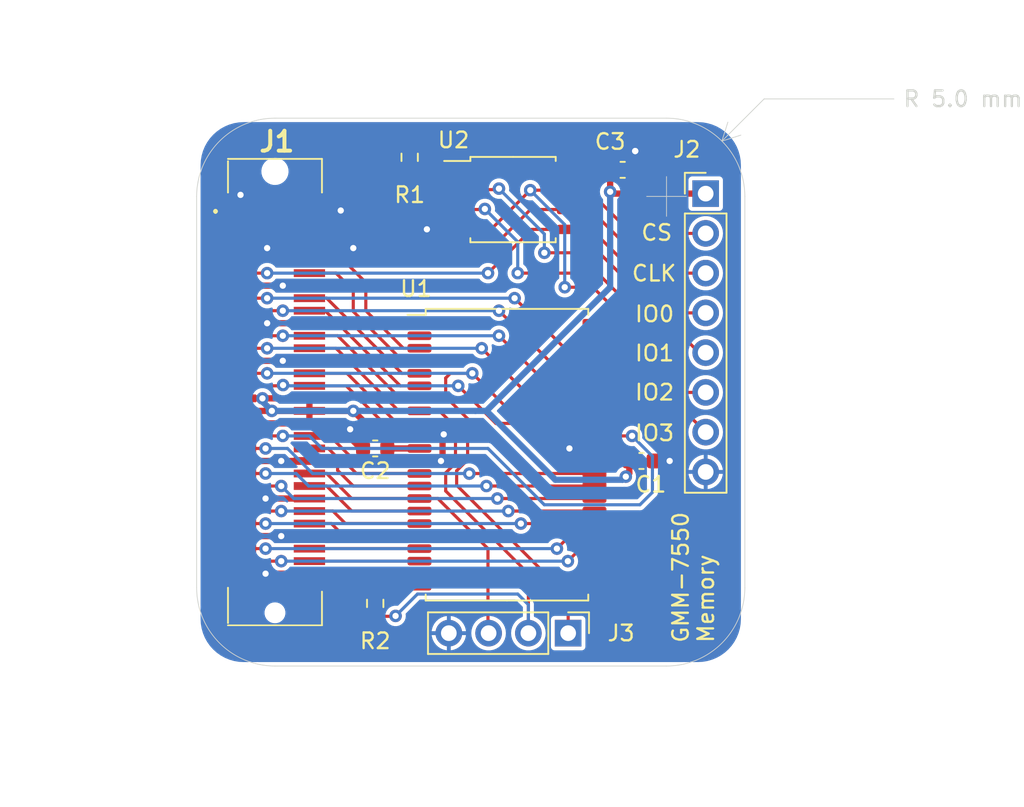
<source format=kicad_pcb>
(kicad_pcb (version 20221018) (generator pcbnew)
  (layers (0 "F.Cu" signal) (31 "B.Cu" signal) (34 "B.Paste" user) (35 "F.Paste" user) (36 "B.SilkS" user "B.Silkscreen") (37 "F.SilkS" user "F.Silkscreen") (38 "B.Mask" user) (39 "F.Mask" user) (44 "Edge.Cuts" user))
  (net 0 "")
  (net 1 "+2V5")
  (net 2 "GND")
  (net 5 "/A0")
  (net 6 "/A1")
  (net 7 "/A2")
  (net 8 "/A3")
  (net 9 "/A4")
  (net 10 "/nCE")
  (net 11 "/D00")
  (net 12 "/D01")
  (net 13 "/D02")
  (net 14 "/D03")
  (net 15 "/nWE")
  (net 16 "/A5")
  (net 17 "/A6")
  (net 18 "/A7")
  (net 19 "/A8")
  (net 20 "/A9")
  (net 26 "/A10")
  (net 27 "/A11")
  (net 28 "/A12")
  (net 29 "/A13")
  (net 30 "/A14")
  (net 31 "/D04")
  (net 32 "/D05")
  (net 33 "/D06")
  (net 34 "/D07")
  (net 35 "/nOE")
  (net 36 "/A15")
  (net 37 "/A16")
  (net 38 "/A17")
  (net 39 "/A18")
  (net 43 "/SPI_CLK")
  (net 44 "/SPI_nCS")
  (net 45 "/SPI_IO0")
  (net 46 "/SPI_IO1")
  (net 47 "/SPI_IO2")
  (net 48 "/SPI_IO3")
  (footprint "Connector_PinHeader_2.54mm:PinHeader_1x08_P2.54mm_Vertical" (layer "F.Cu") (at 87.5 54.82)
    (fp_text reference "J2" (at -1.2 -2.82) (layer "F.SilkS"))
    (fp_text value "Conn_01x08")
    (pad "1" thru_hole rect (at 0 0) (size 1.7 1.7) (drill 1) (layers "*.Cu" "*.Mask") (net 1 "+2V5"))
    (pad "2" thru_hole oval (at 0 2.54) (size 1.7 1.7) (drill 1) (layers "*.Cu" "*.Mask") (net 44 "/SPI_nCS"))
    (pad "3" thru_hole oval (at 0 5.08) (size 1.7 1.7) (drill 1) (layers "*.Cu" "*.Mask") (net 43 "/SPI_CLK"))
    (pad "4" thru_hole oval (at 0 7.62) (size 1.7 1.7) (drill 1) (layers "*.Cu" "*.Mask") (net 45 "/SPI_IO0"))
    (pad "5" thru_hole oval (at 0 10.16) (size 1.7 1.7) (drill 1) (layers "*.Cu" "*.Mask") (net 46 "/SPI_IO1"))
    (pad "6" thru_hole oval (at 0 12.7) (size 1.7 1.7) (drill 1) (layers "*.Cu" "*.Mask") (net 47 "/SPI_IO2"))
    (pad "7" thru_hole oval (at 0 15.24) (size 1.7 1.7) (drill 1) (layers "*.Cu" "*.Mask") (net 48 "/SPI_IO3"))
    (pad "8" thru_hole oval (at 0 17.78) (size 1.7 1.7) (drill 1) (layers "*.Cu" "*.Mask") (net 2 "GND"))
  )
  (footprint "Capacitor_SMD:C_0603_1608Metric" (layer "F.Cu") (at 66.4 71.1 180)
    (fp_text reference "C2" (at 0 -1.43) (layer "F.SilkS"))
    (fp_text value "0.1uF")
    (pad "1" smd roundrect (at -0.775 0 180) (size 0.9 0.95) (layers "F.Cu" "F.Paste" "F.Mask") (net 1 "+2V5"))
    (pad "2" smd roundrect (at 0.775 0 180) (size 0.9 0.95) (layers "F.Cu" "F.Paste" "F.Mask") (net 2 "GND"))
  )
  (footprint "Resistor_SMD:R_0603_1608Metric" (layer "F.Cu") (at 66.4 81 -90)
    (fp_text reference "R2" (at 2.4 0 -180) (layer "F.SilkS"))
    (fp_text value "10k")
    (pad "1" smd roundrect (at -0.825 0 270) (size 0.8 0.95) (layers "F.Cu" "F.Paste" "F.Mask") (net 1 "+2V5"))
    (pad "2" smd roundrect (at 0.825 0 270) (size 0.8 0.95) (layers "F.Cu" "F.Paste" "F.Mask") (net 10 "/nCE"))
  )
  (footprint "Capacitor_SMD:C_0603_1608Metric" (layer "F.Cu") (at 82.2 53.3)
    (fp_text reference "C3" (at -0.8 -1.8) (layer "F.SilkS"))
    (fp_text value "0.1uF")
    (pad "1" smd roundrect (at -0.775 0) (size 0.9 0.95) (layers "F.Cu" "F.Paste" "F.Mask") (net 1 "+2V5"))
    (pad "2" smd roundrect (at 0.775 0) (size 0.9 0.95) (layers "F.Cu" "F.Paste" "F.Mask") (net 2 "GND"))
  )
  (footprint "Capacitor_SMD:C_0603_1608Metric" (layer "F.Cu") (at 83.4 71.9)
    (fp_text reference "C1" (at 0.6 1.5) (layer "F.SilkS"))
    (fp_text value "0.1uF")
    (pad "1" smd roundrect (at -0.775 0) (size 0.9 0.95) (layers "F.Cu" "F.Paste" "F.Mask") (net 1 "+2V5"))
    (pad "2" smd roundrect (at 0.775 0) (size 0.9 0.95) (layers "F.Cu" "F.Paste" "F.Mask") (net 2 "GND"))
  )
  (footprint "Package_SO:SOIC-8_5.23x5.23mm_P1.27mm" (layer "F.Cu") (at 75.2 55.2)
    (fp_text reference "U2" (at -3.8 -3.8) (layer "F.SilkS"))
    (fp_text value "W25Q128JVS")
    (pad "1" smd roundrect (at -3.6 -1.905) (size 1.6 0.6) (layers "F.Cu" "F.Paste" "F.Mask") (net 44 "/SPI_nCS"))
    (pad "2" smd roundrect (at -3.6 -0.635) (size 1.6 0.6) (layers "F.Cu" "F.Paste" "F.Mask") (net 46 "/SPI_IO1"))
    (pad "3" smd roundrect (at -3.6 0.635) (size 1.6 0.6) (layers "F.Cu" "F.Paste" "F.Mask") (net 47 "/SPI_IO2"))
    (pad "4" smd roundrect (at -3.6 1.905) (size 1.6 0.6) (layers "F.Cu" "F.Paste" "F.Mask") (net 2 "GND"))
    (pad "5" smd roundrect (at 3.6 1.905) (size 1.6 0.6) (layers "F.Cu" "F.Paste" "F.Mask") (net 45 "/SPI_IO0"))
    (pad "6" smd roundrect (at 3.6 0.635) (size 1.6 0.6) (layers "F.Cu" "F.Paste" "F.Mask") (net 43 "/SPI_CLK"))
    (pad "7" smd roundrect (at 3.6 -0.635) (size 1.6 0.6) (layers "F.Cu" "F.Paste" "F.Mask") (net 48 "/SPI_IO3"))
    (pad "8" smd roundrect (at 3.6 -1.905) (size 1.6 0.6) (layers "F.Cu" "F.Paste" "F.Mask") (net 1 "+2V5"))
  )
  (footprint "Package_SO:TSOP-II-44_10.16x18.41mm_P0.8mm" (layer "F.Cu") (at 74.8125 71.5)
    (fp_text reference "U1" (at -5.8125 -10.6) (layer "F.SilkS"))
    (fp_text value "IS61C5128AL-10TLI")
    (pad "1" smd roundrect (at -5.5875 -8.4) (size 1.525 0.55) (layers "F.Cu" "F.Paste" "F.Mask"))
    (pad "2" smd roundrect (at -5.5875 -7.6) (size 1.525 0.55) (layers "F.Cu" "F.Paste" "F.Mask"))
    (pad "3" smd roundrect (at -5.5875 -6.8) (size 1.525 0.55) (layers "F.Cu" "F.Paste" "F.Mask") (net 5 "/A0"))
    (pad "4" smd roundrect (at -5.5875 -6) (size 1.525 0.55) (layers "F.Cu" "F.Paste" "F.Mask") (net 6 "/A1"))
    (pad "5" smd roundrect (at -5.5875 -5.2) (size 1.525 0.55) (layers "F.Cu" "F.Paste" "F.Mask") (net 7 "/A2"))
    (pad "6" smd roundrect (at -5.5875 -4.4) (size 1.525 0.55) (layers "F.Cu" "F.Paste" "F.Mask") (net 8 "/A3"))
    (pad "7" smd roundrect (at -5.5875 -3.6) (size 1.525 0.55) (layers "F.Cu" "F.Paste" "F.Mask") (net 9 "/A4"))
    (pad "8" smd roundrect (at -5.5875 -2.8) (size 1.525 0.55) (layers "F.Cu" "F.Paste" "F.Mask") (net 10 "/nCE"))
    (pad "9" smd roundrect (at -5.5875 -2) (size 1.525 0.55) (layers "F.Cu" "F.Paste" "F.Mask") (net 11 "/D00"))
    (pad "10" smd roundrect (at -5.5875 -1.2) (size 1.525 0.55) (layers "F.Cu" "F.Paste" "F.Mask") (net 12 "/D01"))
    (pad "11" smd roundrect (at -5.5875 -0.4) (size 1.525 0.55) (layers "F.Cu" "F.Paste" "F.Mask") (net 1 "+2V5"))
    (pad "12" smd roundrect (at -5.5875 0.4) (size 1.525 0.55) (layers "F.Cu" "F.Paste" "F.Mask") (net 2 "GND"))
    (pad "13" smd roundrect (at -5.5875 1.2) (size 1.525 0.55) (layers "F.Cu" "F.Paste" "F.Mask") (net 13 "/D02"))
    (pad "14" smd roundrect (at -5.5875 2) (size 1.525 0.55) (layers "F.Cu" "F.Paste" "F.Mask") (net 14 "/D03"))
    (pad "15" smd roundrect (at -5.5875 2.8) (size 1.525 0.55) (layers "F.Cu" "F.Paste" "F.Mask") (net 15 "/nWE"))
    (pad "16" smd roundrect (at -5.5875 3.6) (size 1.525 0.55) (layers "F.Cu" "F.Paste" "F.Mask") (net 16 "/A5"))
    (pad "17" smd roundrect (at -5.5875 4.4) (size 1.525 0.55) (layers "F.Cu" "F.Paste" "F.Mask") (net 17 "/A6"))
    (pad "18" smd roundrect (at -5.5875 5.2) (size 1.525 0.55) (layers "F.Cu" "F.Paste" "F.Mask") (net 18 "/A7"))
    (pad "19" smd roundrect (at -5.5875 6) (size 1.525 0.55) (layers "F.Cu" "F.Paste" "F.Mask") (net 19 "/A8"))
    (pad "20" smd roundrect (at -5.5875 6.8) (size 1.525 0.55) (layers "F.Cu" "F.Paste" "F.Mask") (net 20 "/A9"))
    (pad "21" smd roundrect (at -5.5875 7.6) (size 1.525 0.55) (layers "F.Cu" "F.Paste" "F.Mask"))
    (pad "22" smd roundrect (at -5.5875 8.4) (size 1.525 0.55) (layers "F.Cu" "F.Paste" "F.Mask"))
    (pad "23" smd roundrect (at 5.5875 8.4) (size 1.525 0.55) (layers "F.Cu" "F.Paste" "F.Mask"))
    (pad "24" smd roundrect (at 5.5875 7.6) (size 1.525 0.55) (layers "F.Cu" "F.Paste" "F.Mask"))
    (pad "25" smd roundrect (at 5.5875 6.8) (size 1.525 0.55) (layers "F.Cu" "F.Paste" "F.Mask"))
    (pad "26" smd roundrect (at 5.5875 6) (size 1.525 0.55) (layers "F.Cu" "F.Paste" "F.Mask") (net 26 "/A10"))
    (pad "27" smd roundrect (at 5.5875 5.2) (size 1.525 0.55) (layers "F.Cu" "F.Paste" "F.Mask") (net 27 "/A11"))
    (pad "28" smd roundrect (at 5.5875 4.4) (size 1.525 0.55) (layers "F.Cu" "F.Paste" "F.Mask") (net 28 "/A12"))
    (pad "29" smd roundrect (at 5.5875 3.6) (size 1.525 0.55) (layers "F.Cu" "F.Paste" "F.Mask") (net 29 "/A13"))
    (pad "30" smd roundrect (at 5.5875 2.8) (size 1.525 0.55) (layers "F.Cu" "F.Paste" "F.Mask") (net 30 "/A14"))
    (pad "31" smd roundrect (at 5.5875 2) (size 1.525 0.55) (layers "F.Cu" "F.Paste" "F.Mask") (net 31 "/D04"))
    (pad "32" smd roundrect (at 5.5875 1.2) (size 1.525 0.55) (layers "F.Cu" "F.Paste" "F.Mask") (net 32 "/D05"))
    (pad "33" smd roundrect (at 5.5875 0.4) (size 1.525 0.55) (layers "F.Cu" "F.Paste" "F.Mask") (net 1 "+2V5"))
    (pad "34" smd roundrect (at 5.5875 -0.4) (size 1.525 0.55) (layers "F.Cu" "F.Paste" "F.Mask") (net 2 "GND"))
    (pad "35" smd roundrect (at 5.5875 -1.2) (size 1.525 0.55) (layers "F.Cu" "F.Paste" "F.Mask") (net 33 "/D06"))
    (pad "36" smd roundrect (at 5.5875 -2) (size 1.525 0.55) (layers "F.Cu" "F.Paste" "F.Mask") (net 34 "/D07"))
    (pad "37" smd roundrect (at 5.5875 -2.8) (size 1.525 0.55) (layers "F.Cu" "F.Paste" "F.Mask") (net 35 "/nOE"))
    (pad "38" smd roundrect (at 5.5875 -3.6) (size 1.525 0.55) (layers "F.Cu" "F.Paste" "F.Mask") (net 36 "/A15"))
    (pad "39" smd roundrect (at 5.5875 -4.4) (size 1.525 0.55) (layers "F.Cu" "F.Paste" "F.Mask") (net 37 "/A16"))
    (pad "40" smd roundrect (at 5.5875 -5.2) (size 1.525 0.55) (layers "F.Cu" "F.Paste" "F.Mask") (net 38 "/A17"))
    (pad "41" smd roundrect (at 5.5875 -6) (size 1.525 0.55) (layers "F.Cu" "F.Paste" "F.Mask") (net 39 "/A18"))
    (pad "42" smd roundrect (at 5.5875 -6.8) (size 1.525 0.55) (layers "F.Cu" "F.Paste" "F.Mask"))
    (pad "43" smd roundrect (at 5.5875 -7.6) (size 1.525 0.55) (layers "F.Cu" "F.Paste" "F.Mask"))
    (pad "44" smd roundrect (at 5.5875 -8.4) (size 1.525 0.55) (layers "F.Cu" "F.Paste" "F.Mask"))
  )
  (footprint "Amphenol:10144517-061802LF" (layer "F.Cu") (at 60 67.5 90)
    (fp_text reference "J1" (at 16 0.12 180) (layer "F.SilkS") (effects (font (size 1.27 1.27) (thickness 0.254))))
    (fp_text value "10144517-064802LF" hide)
    (pad "" np_thru_hole circle (at -14.1 0 90) (size 0.83 0.83) (drill 0.83) (layers "*.Cu" "*.Mask"))
    (pad "" np_thru_hole circle (at 14.1 0 90) (size 1.23 1.23) (drill 1.23) (layers "*.Cu" "*.Mask"))
    (pad "1" smd rect (at 11.6 -2.2 90) (size 0.5 2) (layers "F.Cu" "F.Paste" "F.Mask") (net 2 "GND"))
    (pad "2" smd rect (at 11.6 2.2 90) (size 0.5 2) (layers "F.Cu" "F.Paste" "F.Mask") (net 2 "GND"))
    (pad "3" smd rect (at 10.8 -2.2 90) (size 0.5 2) (layers "F.Cu" "F.Paste" "F.Mask") (net 44 "/SPI_nCS"))
    (pad "4" smd rect (at 10.8 2.2 90) (size 0.5 2) (layers "F.Cu" "F.Paste" "F.Mask") (net 48 "/SPI_IO3"))
    (pad "5" smd rect (at 10 -2.2 90) (size 0.5 2) (layers "F.Cu" "F.Paste" "F.Mask") (net 46 "/SPI_IO1"))
    (pad "6" smd rect (at 10 2.2 90) (size 0.5 2) (layers "F.Cu" "F.Paste" "F.Mask") (net 43 "/SPI_CLK"))
    (pad "7" smd rect (at 9.2 -2.2 90) (size 0.5 2) (layers "F.Cu" "F.Paste" "F.Mask") (net 2 "GND"))
    (pad "8" smd rect (at 9.2 2.2 90) (size 0.5 2) (layers "F.Cu" "F.Paste" "F.Mask") (net 2 "GND"))
    (pad "9" smd rect (at 8.4 -2.2 90) (size 0.5 2) (layers "F.Cu" "F.Paste" "F.Mask") (net 47 "/SPI_IO2"))
    (pad "10" smd rect (at 8.4 2.2 90) (size 0.5 2) (layers "F.Cu" "F.Paste" "F.Mask") (net 5 "/A0"))
    (pad "11" smd rect (at 7.6 -2.2 90) (size 0.5 2) (layers "F.Cu" "F.Paste" "F.Mask") (net 45 "/SPI_IO0"))
    (pad "12" smd rect (at 7.6 2.2 90) (size 0.5 2) (layers "F.Cu" "F.Paste" "F.Mask") (net 6 "/A1"))
    (pad "13" smd rect (at 6.8 -2.2 90) (size 0.5 2) (layers "F.Cu" "F.Paste" "F.Mask") (net 2 "GND"))
    (pad "14" smd rect (at 6.8 2.2 90) (size 0.5 2) (layers "F.Cu" "F.Paste" "F.Mask") (net 2 "GND"))
    (pad "15" smd rect (at 6 -2.2 90) (size 0.5 2) (layers "F.Cu" "F.Paste" "F.Mask") (net 39 "/A18"))
    (pad "16" smd rect (at 6 2.2 90) (size 0.5 2) (layers "F.Cu" "F.Paste" "F.Mask") (net 7 "/A2"))
    (pad "17" smd rect (at 5.2 -2.2 90) (size 0.5 2) (layers "F.Cu" "F.Paste" "F.Mask") (net 38 "/A17"))
    (pad "18" smd rect (at 5.2 2.2 90) (size 0.5 2) (layers "F.Cu" "F.Paste" "F.Mask") (net 8 "/A3"))
    (pad "19" smd rect (at 4.4 -2.2 90) (size 0.5 2) (layers "F.Cu" "F.Paste" "F.Mask") (net 2 "GND"))
    (pad "20" smd rect (at 4.4 2.2 90) (size 0.5 2) (layers "F.Cu" "F.Paste" "F.Mask") (net 2 "GND"))
    (pad "21" smd rect (at 3.6 -2.2 90) (size 0.5 2) (layers "F.Cu" "F.Paste" "F.Mask") (net 37 "/A16"))
    (pad "22" smd rect (at 3.6 2.2 90) (size 0.5 2) (layers "F.Cu" "F.Paste" "F.Mask") (net 9 "/A4"))
    (pad "23" smd rect (at 2.8 -2.2 90) (size 0.5 2) (layers "F.Cu" "F.Paste" "F.Mask") (net 36 "/A15"))
    (pad "24" smd rect (at 2.8 2.2 90) (size 0.5 2) (layers "F.Cu" "F.Paste" "F.Mask") (net 10 "/nCE"))
    (pad "25" smd rect (at 2 -2.2 90) (size 0.5 2) (layers "F.Cu" "F.Paste" "F.Mask") (net 2 "GND"))
    (pad "26" smd rect (at 2 2.2 90) (size 0.5 2) (layers "F.Cu" "F.Paste" "F.Mask") (net 2 "GND"))
    (pad "27" smd rect (at 1.2 -2.2 90) (size 0.5 2) (layers "F.Cu" "F.Paste" "F.Mask") (net 35 "/nOE"))
    (pad "28" smd rect (at 1.2 2.2 90) (size 0.5 2) (layers "F.Cu" "F.Paste" "F.Mask") (net 11 "/D00"))
    (pad "29" smd rect (at 0.4 -2.2 90) (size 0.5 2) (layers "F.Cu" "F.Paste" "F.Mask") (net 34 "/D07"))
    (pad "30" smd rect (at 0.4 2.2 90) (size 0.5 2) (layers "F.Cu" "F.Paste" "F.Mask") (net 12 "/D01"))
    (pad "31" smd rect (at -0.4 -2.2 90) (size 0.5 2) (layers "F.Cu" "F.Paste" "F.Mask") (net 1 "+2V5"))
    (pad "32" smd rect (at -0.4 2.2 90) (size 0.5 2) (layers "F.Cu" "F.Paste" "F.Mask") (net 1 "+2V5"))
    (pad "33" smd rect (at -1.2 -2.2 90) (size 0.5 2) (layers "F.Cu" "F.Paste" "F.Mask") (net 1 "+2V5"))
    (pad "34" smd rect (at -1.2 2.2 90) (size 0.5 2) (layers "F.Cu" "F.Paste" "F.Mask") (net 1 "+2V5"))
    (pad "35" smd rect (at -2 -2.2 90) (size 0.5 2) (layers "F.Cu" "F.Paste" "F.Mask") (net 1 "+2V5"))
    (pad "36" smd rect (at -2 2.2 90) (size 0.5 2) (layers "F.Cu" "F.Paste" "F.Mask") (net 1 "+2V5"))
    (pad "37" smd rect (at -2.8 -2.2 90) (size 0.5 2) (layers "F.Cu" "F.Paste" "F.Mask") (net 33 "/D06"))
    (pad "38" smd rect (at -2.8 2.2 90) (size 0.5 2) (layers "F.Cu" "F.Paste" "F.Mask") (net 13 "/D02"))
    (pad "39" smd rect (at -3.6 -2.2 90) (size 0.5 2) (layers "F.Cu" "F.Paste" "F.Mask") (net 32 "/D05"))
    (pad "40" smd rect (at -3.6 2.2 90) (size 0.5 2) (layers "F.Cu" "F.Paste" "F.Mask") (net 14 "/D03"))
    (pad "41" smd rect (at -4.4 -2.2 90) (size 0.5 2) (layers "F.Cu" "F.Paste" "F.Mask") (net 2 "GND"))
    (pad "42" smd rect (at -4.4 2.2 90) (size 0.5 2) (layers "F.Cu" "F.Paste" "F.Mask") (net 2 "GND"))
    (pad "43" smd rect (at -5.2 -2.2 90) (size 0.5 2) (layers "F.Cu" "F.Paste" "F.Mask") (net 31 "/D04"))
    (pad "44" smd rect (at -5.2 2.2 90) (size 0.5 2) (layers "F.Cu" "F.Paste" "F.Mask") (net 15 "/nWE"))
    (pad "45" smd rect (at -6 -2.2 90) (size 0.5 2) (layers "F.Cu" "F.Paste" "F.Mask") (net 30 "/A14"))
    (pad "46" smd rect (at -6 2.2 90) (size 0.5 2) (layers "F.Cu" "F.Paste" "F.Mask") (net 16 "/A5"))
    (pad "47" smd rect (at -6.8 -2.2 90) (size 0.5 2) (layers "F.Cu" "F.Paste" "F.Mask") (net 2 "GND"))
    (pad "48" smd rect (at -6.8 2.2 90) (size 0.5 2) (layers "F.Cu" "F.Paste" "F.Mask") (net 2 "GND"))
    (pad "49" smd rect (at -7.6 -2.2 90) (size 0.5 2) (layers "F.Cu" "F.Paste" "F.Mask") (net 29 "/A13"))
    (pad "50" smd rect (at -7.6 2.2 90) (size 0.5 2) (layers "F.Cu" "F.Paste" "F.Mask") (net 17 "/A6"))
    (pad "51" smd rect (at -8.4 -2.2 90) (size 0.5 2) (layers "F.Cu" "F.Paste" "F.Mask") (net 28 "/A12"))
    (pad "52" smd rect (at -8.4 2.2 90) (size 0.5 2) (layers "F.Cu" "F.Paste" "F.Mask") (net 18 "/A7"))
    (pad "53" smd rect (at -9.2 -2.2 90) (size 0.5 2) (layers "F.Cu" "F.Paste" "F.Mask") (net 2 "GND"))
    (pad "54" smd rect (at -9.2 2.2 90) (size 0.5 2) (layers "F.Cu" "F.Paste" "F.Mask") (net 2 "GND"))
    (pad "55" smd rect (at -10 -2.2 90) (size 0.5 2) (layers "F.Cu" "F.Paste" "F.Mask") (net 27 "/A11"))
    (pad "56" smd rect (at -10 2.2 90) (size 0.5 2) (layers "F.Cu" "F.Paste" "F.Mask") (net 19 "/A8"))
    (pad "57" smd rect (at -10.8 -2.2 90) (size 0.5 2) (layers "F.Cu" "F.Paste" "F.Mask") (net 26 "/A10"))
    (pad "58" smd rect (at -10.8 2.2 90) (size 0.5 2) (layers "F.Cu" "F.Paste" "F.Mask") (net 20 "/A9"))
    (pad "59" smd rect (at -11.6 -2.2 90) (size 0.5 2) (layers "F.Cu" "F.Paste" "F.Mask") (net 2 "GND"))
    (pad "60" smd rect (at -11.6 2.2 90) (size 0.5 2) (layers "F.Cu" "F.Paste" "F.Mask") (net 2 "GND"))
  )
  (footprint "Connector_PinHeader_2.54mm:PinHeader_1x04_P2.54mm_Vertical" (layer "F.Cu") (at 78.72 82.9 -90)
    (fp_text reference "J3" (at 0 -3.38) (layer "F.SilkS"))
    (fp_text value "Conn_01x04")
    (pad "1" thru_hole rect (at 0 0 270) (size 1.7 1.7) (drill 1) (layers "*.Cu" "*.Mask") (net 35 "/nOE"))
    (pad "2" thru_hole oval (at 0 2.54 270) (size 1.7 1.7) (drill 1) (layers "*.Cu" "*.Mask") (net 10 "/nCE"))
    (pad "3" thru_hole oval (at 0 5.08 270) (size 1.7 1.7) (drill 1) (layers "*.Cu" "*.Mask") (net 15 "/nWE"))
    (pad "4" thru_hole oval (at 0 7.62 270) (size 1.7 1.7) (drill 1) (layers "*.Cu" "*.Mask") (net 2 "GND"))
  )
  (footprint "Resistor_SMD:R_0603_1608Metric" (layer "F.Cu") (at 68.6 52.5 -90)
    (fp_text reference "R1" (at 2.4 0 -180) (layer "F.SilkS"))
    (fp_text value "10k")
    (pad "1" smd roundrect (at -0.825 0 270) (size 0.8 0.95) (layers "F.Cu" "F.Paste" "F.Mask") (net 1 "+2V5"))
    (pad "2" smd roundrect (at 0.825 0 270) (size 0.8 0.95) (layers "F.Cu" "F.Paste" "F.Mask") (net 44 "/SPI_nCS"))
  )
  (gr_arc locked (start 85 50) (mid 88.535533 51.464466) (end 90 55) (stroke (width 0.05)) (layer "Edge.Cuts"))
  (gr_arc locked (start 55 55) (mid 56.464466 51.464467) (end 60 50) (stroke (width 0.05)) (layer "Edge.Cuts"))
  (gr_line locked (start 85 50) (end 60 50) (stroke (width 0.05)) (layer "Edge.Cuts"))
  (gr_arc locked (start 90 80) (mid 88.535534 83.535533) (end 85 85) (stroke (width 0.05)) (layer "Edge.Cuts"))
  (gr_line locked (start 90 80) (end 90 55) (stroke (width 0.05)) (layer "Edge.Cuts"))
  (gr_line locked (start 60 85) (end 85 85) (stroke (width 0.05)) (layer "Edge.Cuts"))
  (gr_line locked (start 55 55) (end 55 80) (stroke (width 0.05)) (layer "Edge.Cuts"))
  (gr_arc locked (start 60 85) (mid 56.464467 83.535534) (end 55 80) (stroke (width 0.05)) (layer "Edge.Cuts"))
  (gr_text "IO2" (at 82.9 68.1) (layer "F.SilkS") (effects (font (size 1 1)) (justify left bottom)))
  (gr_text "GMM-7550\nMemory" (at 88.1 83.6 90) (layer "F.SilkS") (effects (font (size 1 1)) (justify left bottom)))
  (gr_text "IO1" (at 82.9 65.6) (layer "F.SilkS") (effects (font (size 1 1)) (justify left bottom)))
  (gr_text "CLK\n" (at 82.7 60.5) (layer "F.SilkS") (effects (font (size 1 1)) (justify left bottom)))
  (gr_text "CS" (at 83.3 57.9) (layer "F.SilkS") (effects (font (size 1 1)) (justify left bottom)))
  (gr_text "IO3" (at 82.9 70.7) (layer "F.SilkS") (effects (font (size 1 1)) (justify left bottom)))
  (gr_text "IO0" (at 82.9 63.1) (layer "F.SilkS") (effects (font (size 1 1)) (justify left bottom)))
  (dimension (type radial) (layer "Edge.Cuts") (pts (xy 85 54.999998) (xy 88.535533 51.464465)) (leader_length 3.81) (gr_text "R 5.0 mm" (at 103.92961 48.770388) (layer "Edge.Cuts") (effects (font (size 1 1) (thickness 0.15)))) (format (prefix "R ") (suffix "") (units 3) (units_format 1) (precision 1)) (style (thickness 0.05) (arrow_length 1.27) (text_position_mode 0) (extension_offset 0.5) keep_text_aligned))
  (segment (start 62.2 67.9) (end 62.2 69.5) (width 0.4) (layer "F.Cu") (net 1))
  (segment (start 67.175 71.1) (end 69.225 71.1) (width 0.4) (layer "F.Cu") (net 1))
  (segment (start 82.4 72.9) (end 82.625 72.675) (width 0.4) (layer "F.Cu") (net 1))
  (segment (start 82.625 71.9) (end 80.4 71.9) (width 0.4) (layer "F.Cu") (net 1))
  (segment (start 57.8 67.9) (end 57.8 69.5) (width 0.4) (layer "F.Cu") (net 1))
  (segment (start 57.8 68.7) (end 62.2 68.7) (width 0.4) (layer "F.Cu") (net 1))
  (segment (start 81.52 54.82) (end 87.5 54.82) (width 0.4) (layer "F.Cu") (net 1))
  (segment (start 62.2 68.7) (end 65 68.7) (width 0.4) (layer "F.Cu") (net 1))
  (segment (start 68.6 51.675) (end 77.875 51.675) (width 0.25) (layer "F.Cu") (net 1))
  (segment (start 65 68.7) (end 67.175 70.875) (width 0.4) (layer "F.Cu") (net 1))
  (segment (start 56.5 69.5) (end 57.8 69.5) (width 0.25) (layer "F.Cu") (net 1))
  (segment (start 62.2 67.9) (end 57.8 67.9) (width 0.4) (layer "F.Cu") (net 1))
  (segment (start 56 70) (end 56.5 69.5) (width 0.25) (layer "F.Cu") (net 1))
  (segment (start 82.625 72.675) (end 82.625 71.9) (width 0.4) (layer "F.Cu") (net 1))
  (segment (start 66.4 80.175) (end 56.775 80.175) (width 0.25) (layer "F.Cu") (net 1))
  (segment (start 78.8 52.6) (end 78.8 53.295) (width 0.25) (layer "F.Cu") (net 1))
  (segment (start 56 79.4) (end 56 70) (width 0.25) (layer "F.Cu") (net 1))
  (segment (start 81.4 53.325) (end 81.425 53.3) (width 0.4) (layer "F.Cu") (net 1))
  (segment (start 67.175 70.875) (end 67.175 71.1) (width 0.4) (layer "F.Cu") (net 1))
  (segment (start 81.4 54.7) (end 81.4 53.325) (width 0.4) (layer "F.Cu") (net 1))
  (segment (start 81.425 53.3) (end 78.805 53.3) (width 0.4) (layer "F.Cu") (net 1))
  (segment (start 56.775 80.175) (end 56 79.4) (width 0.25) (layer "F.Cu") (net 1))
  (segment (start 57.8 69.5) (end 62.2 69.5) (width 0.4) (layer "F.Cu") (net 1))
  (segment (start 78.805 53.3) (end 78.8 53.295) (width 0.4) (layer "F.Cu") (net 1))
  (segment (start 77.875 51.675) (end 78.8 52.6) (width 0.25) (layer "F.Cu") (net 1))
  (segment (start 81.4 54.7) (end 81.52 54.82) (width 0.4) (layer "F.Cu") (net 1))
  (via (at 65 68.7) (size 0.8) (drill 0.4) (layers "F.Cu" "B.Cu") (net 1))
  (via (at 59.2 67.9) (size 0.8) (drill 0.4) (layers "F.Cu" "B.Cu") (net 1))
  (via (at 82.4 72.9) (size 0.8) (drill 0.4) (layers "F.Cu" "B.Cu") (net 1))
  (via (at 81.4 54.7) (size 0.8) (drill 0.4) (layers "F.Cu" "B.Cu") (net 1))
  (via (at 59.8 68.7) (size 0.8) (drill 0.4) (layers "F.Cu" "B.Cu") (net 1))
  (segment (start 82.4 72.9) (end 82.2 73.1) (width 0.4) (layer "B.Cu") (net 1))
  (segment (start 82.2 73.1) (end 77.9 73.1) (width 0.4) (layer "B.Cu") (net 1))
  (segment (start 81.4 60.8) (end 81.4 54.7) (width 0.4) (layer "B.Cu") (net 1))
  (segment (start 77.9 73.1) (end 73.5 68.7) (width 0.4) (layer "B.Cu") (net 1))
  (segment (start 72.8 68.7) (end 59.8 68.7) (width 0.4) (layer "B.Cu") (net 1))
  (segment (start 73.5 68.7) (end 72.8 68.7) (width 0.4) (layer "B.Cu") (net 1))
  (segment (start 73.5 68.7) (end 81.4 60.8) (width 0.4) (layer "B.Cu") (net 1))
  (segment (start 59.2 67.9) (end 59.2 68.1) (width 0.4) (layer "B.Cu") (net 1))
  (segment (start 59.2 68.1) (end 59.8 68.7) (width 0.4) (layer "B.Cu") (net 1))
  (segment (start 69.225 71.9) (end 70.6 71.9) (width 0.4) (layer "F.Cu") (net 2))
  (segment (start 84.175 71.9) (end 85.2 71.9) (width 0.4) (layer "F.Cu") (net 2))
  (segment (start 57.8 55.9) (end 57.8 54.9) (width 0.4) (layer "F.Cu") (net 2))
  (segment (start 57.8 65.5) (end 60.5 65.5) (width 0.4) (layer "F.Cu") (net 2))
  (segment (start 57.8 76.7) (end 62.2 76.7) (width 0.4) (layer "F.Cu") (net 2))
  (segment (start 82.975 52.125) (end 83 52.1) (width 0.25) (layer "F.Cu") (net 2))
  (segment (start 70.7 71.8) (end 70.7 70.2755) (width 0.4) (layer "F.Cu") (net 2))
  (segment (start 57.8 63.1) (end 59.5 63.1) (width 0.4) (layer "F.Cu") (net 2))
  (segment (start 64.8 70.275) (end 64.8 69.875) (width 0.6) (layer "F.Cu") (net 2))
  (segment (start 57.8 71.9) (end 60.4 71.9) (width 0.4) (layer "F.Cu") (net 2))
  (segment (start 57.8 79.1) (end 59.4 79.1) (width 0.4) (layer "F.Cu") (net 2))
  (segment (start 70.6 71.9) (end 70.7 71.8) (width 0.4) (layer "F.Cu") (net 2))
  (segment (start 57.8 58.3) (end 59.5 58.3) (width 0.4) (layer "F.Cu") (net 2))
  (segment (start 82.975 53.3) (end 82.975 52.125) (width 0.4) (layer "F.Cu") (net 2))
  (segment (start 59.4 79.1) (end 62.2 79.1) (width 0.4) (layer "F.Cu") (net 2))
  (segment (start 60.4 71.9) (end 62.2 71.9) (width 0.4) (layer "F.Cu") (net 2))
  (segment (start 62.2 58.3) (end 65 58.3) (width 0.4) (layer "F.Cu") (net 2))
  (segment (start 60.5 65.5) (end 62.2 65.5) (width 0.4) (layer "F.Cu") (net 2))
  (segment (start 71.6 57.105) (end 69.705 57.105) (width 0.4) (layer "F.Cu") (net 2))
  (segment (start 69.705 57.105) (end 69.7 57.1) (width 0.25) (layer "F.Cu") (net 2))
  (segment (start 65.625 71.1) (end 64.8 70.275) (width 0.6) (layer "F.Cu") (net 2))
  (segment (start 62.2 55.9) (end 64.2 55.9) (width 0.4) (layer "F.Cu") (net 2))
  (segment (start 80.4 71.1) (end 78.8 71.1) (width 0.4) (layer "F.Cu") (net 2))
  (segment (start 57.8 60.7) (end 60.5 60.7) (width 0.4) (layer "F.Cu") (net 2))
  (segment (start 60.5 60.7) (end 62.2 60.7) (width 0.4) (layer "F.Cu") (net 2))
  (segment (start 59.5 63.1) (end 62.2 63.1) (width 0.4) (layer "F.Cu") (net 2))
  (segment (start 57.8 74.3) (end 62.2 74.3) (width 0.4) (layer "F.Cu") (net 2))
  (segment (start 70.7 70.2755) (end 70.7755 70.2) (width 0.4) (layer "F.Cu") (net 2))
  (via (at 64.2 55.9) (size 0.8) (drill 0.4) (layers "F.Cu" "B.Cu") (net 2))
  (via (at 60.5 60.7) (size 0.8) (drill 0.4) (layers "F.Cu" "B.Cu") (net 2))
  (via (at 60.4 71.9) (size 0.8) (drill 0.4) (layers "F.Cu" "B.Cu") (net 2))
  (via (at 59.4 74.3) (size 0.8) (drill 0.4) (layers "F.Cu" "B.Cu") (net 2))
  (via (at 57.8 54.9) (size 0.8) (drill 0.4) (layers "F.Cu" "B.Cu") (net 2))
  (via (at 59.4 79.1) (size 0.8) (drill 0.4) (layers "F.Cu" "B.Cu") (net 2))
  (via (at 78.8 71.1) (size 0.8) (drill 0.4) (layers "F.Cu" "B.Cu") (net 2))
  (via (at 83 52.1) (size 0.8) (drill 0.4) (layers "F.Cu" "B.Cu") (net 2))
  (via (at 70.7755 70.2) (size 0.8) (drill 0.4) (layers "F.Cu" "B.Cu") (net 2))
  (via (at 64.8 69.875) (size 0.8) (drill 0.4) (layers "F.Cu" "B.Cu") (net 2))
  (via (at 59.5 63.1) (size 0.8) (drill 0.4) (layers "F.Cu" "B.Cu") (net 2))
  (via (at 69.7 57.1) (size 0.8) (drill 0.4) (layers "F.Cu" "B.Cu") (net 2))
  (via (at 59.5 58.3) (size 0.8) (drill 0.4) (layers "F.Cu" "B.Cu") (net 2))
  (via (at 65 58.3) (size 0.8) (drill 0.4) (layers "F.Cu" "B.Cu") (net 2))
  (via (at 85.2 71.9) (size 0.8) (drill 0.4) (layers "F.Cu" "B.Cu") (net 2))
  (via (at 83 52.1) (size 0.8) (drill 0.4) (layers "F.Cu" "B.Cu") (net 2))
  (via (at 60.4 76.7) (size 0.8) (drill 0.4) (layers "F.Cu" "B.Cu") (net 2))
  (via (at 60.5 65.5) (size 0.8) (drill 0.4) (layers "F.Cu" "B.Cu") (net 2))
  (via (at 70.6 71.9) (size 0.8) (drill 0.4) (layers "F.Cu" "B.Cu") (net 2))
  (segment (start 68.2 64.7) (end 69.225 64.7) (width 0.2) (layer "F.Cu") (net 5))
  (segment (start 62.2 59.1) (end 64.4 59.1) (width 0.2) (layer "F.Cu") (net 5))
  (segment (start 65.8 60.5) (end 65.8 62.3) (width 0.2) (layer "F.Cu") (net 5))
  (segment (start 65.8 62.3) (end 68.2 64.7) (width 0.2) (layer "F.Cu") (net 5))
  (segment (start 64.4 59.1) (end 65.8 60.5) (width 0.2) (layer "F.Cu") (net 5))
  (segment (start 65 61) (end 63.9 59.9) (width 0.2) (layer "F.Cu") (net 6))
  (segment (start 65 62.35) (end 65 61) (width 0.2) (layer "F.Cu") (net 6))
  (segment (start 63.9 59.9) (end 62.2 59.9) (width 0.2) (layer "F.Cu") (net 6))
  (segment (start 68.15 65.5) (end 65 62.35) (width 0.2) (layer "F.Cu") (net 6))
  (segment (start 69.225 65.5) (end 68.15 65.5) (width 0.2) (layer "F.Cu") (net 6))
  (segment (start 63.3 61.5) (end 68.1 66.3) (width 0.2) (layer "F.Cu") (net 7))
  (segment (start 68.1 66.3) (end 69.225 66.3) (width 0.2) (layer "F.Cu") (net 7))
  (segment (start 62.2 61.5) (end 63.3 61.5) (width 0.2) (layer "F.Cu") (net 7))
  (segment (start 69.225 67.1) (end 68 67.1) (width 0.2) (layer "F.Cu") (net 8))
  (segment (start 68 67.1) (end 63.2 62.3) (width 0.2) (layer "F.Cu") (net 8))
  (segment (start 63.2 62.3) (end 62.2 62.3) (width 0.2) (layer "F.Cu") (net 8))
  (segment (start 68 67.9) (end 64 63.9) (width 0.2) (layer "F.Cu") (net 9))
  (segment (start 64 63.9) (end 62.2 63.9) (width 0.2) (layer "F.Cu") (net 9))
  (segment (start 69.225 67.9) (end 68 67.9) (width 0.2) (layer "F.Cu") (net 9))
  (segment (start 71.5255 72.035161) (end 70.9 72.660661) (width 0.2) (layer "F.Cu") (net 10))
  (segment (start 70.5 68.7) (end 71.5255 69.7255) (width 0.2) (layer "F.Cu") (net 10))
  (segment (start 67.675 81.825) (end 67.7 81.8) (width 0.2) (layer "F.Cu") (net 10))
  (segment (start 66.4 81.825) (end 67.675 81.825) (width 0.2) (layer "F.Cu") (net 10))
  (segment (start 63.9 64.7) (end 67.9 68.7) (width 0.2) (layer "F.Cu") (net 10))
  (segment (start 76.18 79.097157) (end 76.18 82.9) (width 0.2) (layer "F.Cu") (net 10))
  (segment (start 70.9 73.817157) (end 76.18 79.097157) (width 0.2) (layer "F.Cu") (net 10))
  (segment (start 70.9 72.660661) (end 70.9 73.817157) (width 0.2) (layer "F.Cu") (net 10))
  (segment (start 71.5255 69.7255) (end 71.5255 72.035161) (width 0.2) (layer "F.Cu") (net 10))
  (segment (start 67.9 68.7) (end 69.225 68.7) (width 0.2) (layer "F.Cu") (net 10))
  (segment (start 69.225 68.7) (end 70.5 68.7) (width 0.2) (layer "F.Cu") (net 10))
  (segment (start 62.2 64.7) (end 63.9 64.7) (width 0.2) (layer "F.Cu") (net 10))
  (via (at 67.7 81.8) (size 0.8) (drill 0.4) (layers "F.Cu" "B.Cu") (net 10))
  (segment (start 67.7 81.8) (end 69.1 80.4) (width 0.2) (layer "B.Cu") (net 10))
  (segment (start 75.5 80.4) (end 76.18 81.08) (width 0.2) (layer "B.Cu") (net 10))
  (segment (start 76.18 81.08) (end 76.18 82.9) (width 0.2) (layer "B.Cu") (net 10))
  (segment (start 69.1 80.4) (end 75.5 80.4) (width 0.2) (layer "B.Cu") (net 10))
  (segment (start 64.6 66.3) (end 67.8 69.5) (width 0.2) (layer "F.Cu") (net 11))
  (segment (start 67.8 69.5) (end 69.225 69.5) (width 0.2) (layer "F.Cu") (net 11))
  (segment (start 62.2 66.3) (end 64.6 66.3) (width 0.2) (layer "F.Cu") (net 11))
  (segment (start 64.55 67.1) (end 67.75 70.3) (width 0.2) (layer "F.Cu") (net 12))
  (segment (start 67.75 70.3) (end 69.225 70.3) (width 0.2) (layer "F.Cu") (net 12))
  (segment (start 62.2 67.1) (end 64.55 67.1) (width 0.2) (layer "F.Cu") (net 12))
  (segment (start 62.2 70.3) (end 63.5 70.3) (width 0.2) (layer "F.Cu") (net 13))
  (segment (start 65.2 72.7) (end 69.225 72.7) (width 0.2) (layer "F.Cu") (net 13))
  (segment (start 64.7 71.5) (end 64.7 72.2) (width 0.2) (layer "F.Cu") (net 13))
  (segment (start 63.5 70.3) (end 64.7 71.5) (width 0.2) (layer "F.Cu") (net 13))
  (segment (start 64.7 72.2) (end 65.2 72.7) (width 0.2) (layer "F.Cu") (net 13))
  (segment (start 65 73.5) (end 69.225 73.5) (width 0.2) (layer "F.Cu") (net 14))
  (segment (start 64 71.7) (end 64 72.5) (width 0.2) (layer "F.Cu") (net 14))
  (segment (start 64 72.5) (end 65 73.5) (width 0.2) (layer "F.Cu") (net 14))
  (segment (start 63.4 71.1) (end 64 71.7) (width 0.2) (layer "F.Cu") (net 14))
  (segment (start 62.2 71.1) (end 63.4 71.1) (width 0.2) (layer "F.Cu") (net 14))
  (segment (start 73.6 82.9) (end 73.64 82.9) (width 0.2) (layer "F.Cu") (net 15))
  (segment (start 69.225 74.3) (end 70.4 74.3) (width 0.2) (layer "F.Cu") (net 15))
  (segment (start 70.4 74.3) (end 73.6 77.5) (width 0.2) (layer "F.Cu") (net 15))
  (segment (start 64.9 74.3) (end 69.225 74.3) (width 0.2) (layer "F.Cu") (net 15))
  (segment (start 62.2 72.7) (end 63.3 72.7) (width 0.2) (layer "F.Cu") (net 15))
  (segment (start 63.3 72.7) (end 64.9 74.3) (width 0.2) (layer "F.Cu") (net 15))
  (segment (start 73.6 77.5) (end 73.6 82.9) (width 0.2) (layer "F.Cu") (net 15))
  (segment (start 64.9 75.1) (end 69.225 75.1) (width 0.2) (layer "F.Cu") (net 16))
  (segment (start 62.2 73.5) (end 63.3 73.5) (width 0.2) (layer "F.Cu") (net 16))
  (segment (start 63.3 73.5) (end 64.9 75.1) (width 0.2) (layer "F.Cu") (net 16))
  (segment (start 64.5 75.9) (end 69.225 75.9) (width 0.2) (layer "F.Cu") (net 17))
  (segment (start 62.2 75.1) (end 63.7 75.1) (width 0.2) (layer "F.Cu") (net 17))
  (segment (start 63.7 75.1) (end 64.5 75.9) (width 0.2) (layer "F.Cu") (net 17))
  (segment (start 63.6 75.9) (end 64.4 76.7) (width 0.2) (layer "F.Cu") (net 18))
  (segment (start 64.4 76.7) (end 69.225 76.7) (width 0.2) (layer "F.Cu") (net 18))
  (segment (start 62.2 75.9) (end 63.6 75.9) (width 0.2) (layer "F.Cu") (net 18))
  (segment (start 62.2 77.5) (end 69.225 77.5) (width 0.2) (layer "F.Cu") (net 19))
  (segment (start 62.2 78.3) (end 69.225 78.3) (width 0.2) (layer "F.Cu") (net 20))
  (segment (start 79.5 77.5) (end 78.7 78.3) (width 0.2) (layer "F.Cu") (net 26))
  (segment (start 80.4 77.5) (end 79.5 77.5) (width 0.2) (layer "F.Cu") (net 26))
  (segment (start 57.8 78.3) (end 60.4 78.3) (width 0.2) (layer "F.Cu") (net 26))
  (via (at 78.7 78.3) (size 0.8) (drill 0.4) (layers "F.Cu" "B.Cu") (net 26))
  (via (at 60.4 78.3) (size 0.8) (drill 0.4) (layers "F.Cu" "B.Cu") (net 26))
  (segment (start 78.7 78.3) (end 60.4 78.3) (width 0.2) (layer "B.Cu") (net 26))
  (segment (start 78.8 76.7) (end 78 77.5) (width 0.2) (layer "F.Cu") (net 27))
  (segment (start 57.8 77.5) (end 59.4 77.5) (width 0.2) (layer "F.Cu") (net 27))
  (segment (start 80.4 76.7) (end 78.8 76.7) (width 0.2) (layer "F.Cu") (net 27))
  (via (at 59.4 77.5) (size 0.8) (drill 0.4) (layers "F.Cu" "B.Cu") (net 27))
  (via (at 78 77.5) (size 0.8) (drill 0.4) (layers "F.Cu" "B.Cu") (net 27))
  (segment (start 78 77.5) (end 59.4 77.5) (width 0.2) (layer "B.Cu") (net 27))
  (segment (start 80.4 75.9) (end 75.7 75.9) (width 0.2) (layer "F.Cu") (net 28))
  (segment (start 57.8 75.9) (end 59.4 75.9) (width 0.2) (layer "F.Cu") (net 28))
  (via (at 59.4 75.9) (size 0.8) (drill 0.4) (layers "F.Cu" "B.Cu") (net 28))
  (via (at 75.7 75.9) (size 0.8) (drill 0.4) (layers "F.Cu" "B.Cu") (net 28))
  (segment (start 59.4 75.9) (end 75.7 75.9) (width 0.2) (layer "B.Cu") (net 28))
  (segment (start 80.4 75.1) (end 74.9 75.1) (width 0.2) (layer "F.Cu") (net 29))
  (segment (start 57.8 75.1) (end 60.4 75.1) (width 0.2) (layer "F.Cu") (net 29))
  (via (at 60.4 75.1) (size 0.8) (drill 0.4) (layers "F.Cu" "B.Cu") (net 29))
  (via (at 74.9 75.1) (size 0.8) (drill 0.4) (layers "F.Cu" "B.Cu") (net 29))
  (segment (start 60.4 75.1) (end 74.9 75.1) (width 0.2) (layer "B.Cu") (net 29))
  (segment (start 57.8 73.5) (end 60.4 73.5) (width 0.2) (layer "F.Cu") (net 30))
  (segment (start 80.4 74.3) (end 74.2 74.3) (width 0.2) (layer "F.Cu") (net 30))
  (via (at 74.2 74.3) (size 0.8) (drill 0.4) (layers "F.Cu" "B.Cu") (net 30))
  (via (at 60.4 73.5) (size 0.8) (drill 0.4) (layers "F.Cu" "B.Cu") (net 30))
  (segment (start 61.2 74.3) (end 60.4 73.5) (width 0.2) (layer "B.Cu") (net 30))
  (segment (start 74.2 74.3) (end 61.2 74.3) (width 0.2) (layer "B.Cu") (net 30))
  (segment (start 57.8 72.7) (end 59.4 72.7) (width 0.2) (layer "F.Cu") (net 31))
  (segment (start 80.4 73.5) (end 73.5 73.5) (width 0.2) (layer "F.Cu") (net 31))
  (via (at 73.5 73.5) (size 0.8) (drill 0.4) (layers "F.Cu" "B.Cu") (net 31))
  (via (at 59.4 72.7) (size 0.8) (drill 0.4) (layers "F.Cu" "B.Cu") (net 31))
  (segment (start 73.5 73.5) (end 62.15 73.5) (width 0.2) (layer "B.Cu") (net 31))
  (segment (start 61.35 72.7) (end 59.4 72.7) (width 0.2) (layer "B.Cu") (net 31))
  (segment (start 62.15 73.5) (end 61.35 72.7) (width 0.2) (layer "B.Cu") (net 31))
  (segment (start 72.415591 72.7) (end 72.407602 72.707989) (width 0.2) (layer "F.Cu") (net 32))
  (segment (start 57.8 71.1) (end 59.4 71.1) (width 0.2) (layer "F.Cu") (net 32))
  (segment (start 80.4 72.7) (end 72.415591 72.7) (width 0.2) (layer "F.Cu") (net 32))
  (via (at 72.407602 72.707989) (size 0.8) (drill 0.4) (layers "F.Cu" "B.Cu") (net 32))
  (via (at 59.4 71.1) (size 0.8) (drill 0.4) (layers "F.Cu" "B.Cu") (net 32))
  (segment (start 60.8 71.1) (end 59.4 71.1) (width 0.2) (layer "B.Cu") (net 32))
  (segment (start 72.399613 72.7) (end 62.4 72.7) (width 0.2) (layer "B.Cu") (net 32))
  (segment (start 62.4 72.7) (end 60.8 71.1) (width 0.2) (layer "B.Cu") (net 32))
  (segment (start 72.407602 72.707989) (end 72.399613 72.7) (width 0.2) (layer "B.Cu") (net 32))
  (segment (start 57.8 70.3) (end 60.5 70.3) (width 0.2) (layer "F.Cu") (net 33))
  (segment (start 82.8 70.3) (end 80.4 70.3) (width 0.2) (layer "F.Cu") (net 33))
  (via (at 60.5 70.3) (size 0.8) (drill 0.4) (layers "F.Cu" "B.Cu") (net 33))
  (via (at 82.8 70.3) (size 0.8) (drill 0.4) (layers "F.Cu" "B.Cu") (net 33))
  (segment (start 63 71.1) (end 73.6 71.1) (width 0.2) (layer "B.Cu") (net 33))
  (segment (start 73.6 71.1) (end 77.2 74.7) (width 0.2) (layer "B.Cu") (net 33))
  (segment (start 84.1 71.6) (end 82.8 70.3) (width 0.2) (layer "B.Cu") (net 33))
  (segment (start 84.1 73.9) (end 84.1 71.6) (width 0.2) (layer "B.Cu") (net 33))
  (segment (start 62.2 70.3) (end 63 71.1) (width 0.2) (layer "B.Cu") (net 33))
  (segment (start 77.2 74.7) (end 83.3 74.7) (width 0.2) (layer "B.Cu") (net 33))
  (segment (start 83.3 74.7) (end 84.1 73.9) (width 0.2) (layer "B.Cu") (net 33))
  (segment (start 60.5 70.3) (end 62.2 70.3) (width 0.2) (layer "B.Cu") (net 33))
  (segment (start 60.466995 67.1) (end 57.8 67.1) (width 0.2) (layer "F.Cu") (net 34))
  (segment (start 71.7 67.1) (end 74.1 69.5) (width 0.2) (layer "F.Cu") (net 34))
  (segment (start 74.1 69.5) (end 80.4 69.5) (width 0.2) (layer "F.Cu") (net 34))
  (segment (start 60.516495 67.0505) (end 60.466995 67.1) (width 0.2) (layer "F.Cu") (net 34))
  (via (at 71.7 67.1) (size 0.8) (drill 0.4) (layers "F.Cu" "B.Cu") (net 34))
  (via (at 60.516495 67.0505) (size 0.8) (drill 0.4) (layers "F.Cu" "B.Cu") (net 34))
  (segment (start 60.516495 67.0505) (end 60.565995 67.1) (width 0.2) (layer "B.Cu") (net 34))
  (segment (start 60.565995 67.1) (end 71.7 67.1) (width 0.2) (layer "B.Cu") (net 34))
  (segment (start 57.8 66.3) (end 59.5 66.3) (width 0.2) (layer "F.Cu") (net 35))
  (segment (start 71.2 66.3) (end 70.9 66.6) (width 0.2) (layer "F.Cu") (net 35))
  (segment (start 75 68.7) (end 80.4 68.7) (width 0.2) (layer "F.Cu") (net 35))
  (segment (start 72.3 71.826347) (end 71.6 72.526347) (width 0.2) (layer "F.Cu") (net 35))
  (segment (start 72.3 69.2) (end 72.3 71.826347) (width 0.2) (layer "F.Cu") (net 35))
  (segment (start 71.6 72.526347) (end 71.6 73.45) (width 0.2) (layer "F.Cu") (net 35))
  (segment (start 71.6 73.45) (end 78.72 80.57) (width 0.2) (layer "F.Cu") (net 35))
  (segment (start 70.9 66.6) (end 70.9 67.8) (width 0.2) (layer "F.Cu") (net 35))
  (segment (start 70.9 67.8) (end 72.3 69.2) (width 0.2) (layer "F.Cu") (net 35))
  (segment (start 78.72 80.57) (end 78.72 82.9) (width 0.2) (layer "F.Cu") (net 35))
  (segment (start 72.6 66.3) (end 75 68.7) (width 0.2) (layer "F.Cu") (net 35))
  (segment (start 72.6 66.3) (end 71.2 66.3) (width 0.2) (layer "F.Cu") (net 35))
  (via (at 72.6 66.3) (size 0.8) (drill 0.4) (layers "F.Cu" "B.Cu") (net 35))
  (via (at 59.5 66.3) (size 0.8) (drill 0.4) (layers "F.Cu" "B.Cu") (net 35))
  (segment (start 59.5 66.3) (end 72.6 66.3) (width 0.2) (layer "B.Cu") (net 35))
  (segment (start 80.4 67.9) (end 76.4 67.9) (width 0.2) (layer "F.Cu") (net 36))
  (segment (start 76.4 67.9) (end 73.2 64.7) (width 0.2) (layer "F.Cu") (net 36))
  (segment (start 57.8 64.7) (end 59.5 64.7) (width 0.2) (layer "F.Cu") (net 36))
  (via (at 59.5 64.7) (size 0.8) (drill 0.4) (layers "F.Cu" "B.Cu") (net 36))
  (via (at 73.2 64.7) (size 0.8) (drill 0.4) (layers "F.Cu" "B.Cu") (net 36))
  (segment (start 59.5 64.7) (end 73.2 64.7) (width 0.2) (layer "B.Cu") (net 36))
  (segment (start 77.5 67.1) (end 74.3 63.9) (width 0.2) (layer "F.Cu") (net 37))
  (segment (start 80.4 67.1) (end 77.5 67.1) (width 0.2) (layer "F.Cu") (net 37))
  (segment (start 57.8 63.9) (end 60.5 63.9) (width 0.2) (layer "F.Cu") (net 37))
  (via (at 60.5 63.9) (size 0.8) (drill 0.4) (layers "F.Cu" "B.Cu") (net 37))
  (via (at 74.3 63.9) (size 0.8) (drill 0.4) (layers "F.Cu" "B.Cu") (net 37))
  (segment (start 60.5 63.9) (end 74.3 63.9) (width 0.2) (layer "B.Cu") (net 37))
  (segment (start 78.3 66.3) (end 74.3 62.3) (width 0.2) (layer "F.Cu") (net 38))
  (segment (start 57.8 62.3) (end 60.5 62.3) (width 0.2) (layer "F.Cu") (net 38))
  (segment (start 80.4 66.3) (end 78.3 66.3) (width 0.2) (layer "F.Cu") (net 38))
  (via (at 60.5 62.3) (size 0.8) (drill 0.4) (layers "F.Cu" "B.Cu") (net 38))
  (via (at 74.3 62.3) (size 0.8) (drill 0.4) (layers "F.Cu" "B.Cu") (net 38))
  (segment (start 60.5 62.3) (end 74.3 62.3) (width 0.2) (layer "B.Cu") (net 38))
  (segment (start 80.4 65.5) (end 79.3 65.5) (width 0.2) (layer "F.Cu") (net 39))
  (segment (start 57.8 61.5) (end 59.5 61.5) (width 0.2) (layer "F.Cu") (net 39))
  (segment (start 79.3 65.5) (end 75.3 61.5) (width 0.2) (layer "F.Cu") (net 39))
  (via (at 75.3 61.5) (size 0.8) (drill 0.4) (layers "F.Cu" "B.Cu") (net 39))
  (via (at 59.5 61.5) (size 0.8) (drill 0.4) (layers "F.Cu" "B.Cu") (net 39))
  (segment (start 59.5 61.5) (end 75.3 61.5) (width 0.2) (layer "B.Cu") (net 39))
  (segment (start 84.2 59.9) (end 87.5 59.9) (width 0.2) (layer "F.Cu") (net 43))
  (segment (start 73.05 59.1) (end 76.315 55.835) (width 0.2) (layer "F.Cu") (net 43))
  (segment (start 76.315 55.835) (end 78.8 55.835) (width 0.2) (layer "F.Cu") (net 43))
  (segment (start 78.8 55.835) (end 80.135 55.835) (width 0.2) (layer "F.Cu") (net 43))
  (segment (start 80.135 55.835) (end 84.2 59.9) (width 0.2) (layer "F.Cu") (net 43))
  (segment (start 62.2 57.5) (end 66.5 57.5) (width 0.2) (layer "F.Cu") (net 43))
  (segment (start 66.5 57.5) (end 68.1 59.1) (width 0.2) (layer "F.Cu") (net 43))
  (segment (start 68.1 59.1) (end 73.05 59.1) (width 0.2) (layer "F.Cu") (net 43))
  (segment (start 76.795 53.295) (end 77.44 53.94) (width 0.2) (layer "F.Cu") (net 44))
  (segment (start 71.595 53.3) (end 71.6 53.295) (width 0.2) (layer "F.Cu") (net 44))
  (segment (start 80.4 55) (end 82.76 57.36) (width 0.2) (layer "F.Cu") (net 44))
  (segment (start 57.8 56.7) (end 56.5 56.7) (width 0.2) (layer "F.Cu") (net 44))
  (segment (start 71.6 53.295) (end 76.795 53.295) (width 0.2) (layer "F.Cu") (net 44))
  (segment (start 82.76 57.36) (end 87.5 57.36) (width 0.2) (layer "F.Cu") (net 44))
  (segment (start 65.3 51.9) (end 66.725 53.325) (width 0.2) (layer "F.Cu") (net 44))
  (segment (start 77.44 53.94) (end 80.04 53.94) (width 0.2) (layer "F.Cu") (net 44))
  (segment (start 68.63 53.295) (end 68.6 53.325) (width 0.2) (layer "F.Cu") (net 44))
  (segment (start 56.1 54.2) (end 58.4 51.9) (width 0.2) (layer "F.Cu") (net 44))
  (segment (start 80.4 54.3) (end 80.4 55) (width 0.2) (layer "F.Cu") (net 44))
  (segment (start 58.4 51.9) (end 65.3 51.9) (width 0.2) (layer "F.Cu") (net 44))
  (segment (start 56.5 56.7) (end 56.1 56.3) (width 0.2) (layer "F.Cu") (net 44))
  (segment (start 56.1 56.3) (end 56.1 54.2) (width 0.2) (layer "F.Cu") (net 44))
  (segment (start 66.725 53.325) (end 68.6 53.325) (width 0.2) (layer "F.Cu") (net 44))
  (segment (start 71.6 53.295) (end 68.63 53.295) (width 0.2) (layer "F.Cu") (net 44))
  (segment (start 80.04 53.94) (end 80.4 54.3) (width 0.2) (layer "F.Cu") (net 44))
  (segment (start 85.54 62.44) (end 80.205 57.105) (width 0.2) (layer "F.Cu") (net 45))
  (segment (start 57.8 59.9) (end 59.5 59.9) (width 0.2) (layer "F.Cu") (net 45))
  (segment (start 87.5 62.44) (end 85.54 62.44) (width 0.2) (layer "F.Cu") (net 45))
  (segment (start 80.205 57.105) (end 78.8 57.105) (width 0.2) (layer "F.Cu") (net 45))
  (segment (start 78.8 57.105) (end 76.395 57.105) (width 0.2) (layer "F.Cu") (net 45))
  (segment (start 76.395 57.105) (end 73.6 59.9) (width 0.2) (layer "F.Cu") (net 45))
  (via (at 73.6 59.9) (size 0.8) (drill 0.4) (layers "F.Cu" "B.Cu") (net 45))
  (via (at 59.5 59.9) (size 0.8) (drill 0.4) (layers "F.Cu" "B.Cu") (net 45))
  (segment (start 59.5 59.9) (end 73.6 59.9) (width 0.2) (layer "B.Cu") (net 45))
  (segment (start 59.6 55.6) (end 60.635 54.565) (width 0.2) (layer "F.Cu") (net 46))
  (segment (start 71.6 54.565) (end 74.235 54.565) (width 0.2) (layer "F.Cu") (net 46))
  (segment (start 60.635 54.565) (end 71.6 54.565) (width 0.2) (layer "F.Cu") (net 46))
  (segment (start 87.08 64.98) (end 80.7 58.6) (width 0.2) (layer "F.Cu") (net 46))
  (segment (start 74.235 54.565) (end 74.3 54.5) (width 0.2) (layer "F.Cu") (net 46))
  (segment (start 80.7 58.6) (end 77.2 58.6) (width 0.2) (layer "F.Cu") (net 46))
  (segment (start 57.8 57.5) (end 59.05 57.5) (width 0.2) (layer "F.Cu") (net 46))
  (segment (start 59.05 57.5) (end 59.6 56.95) (width 0.2) (layer "F.Cu") (net 46))
  (segment (start 59.6 56.95) (end 59.6 55.6) (width 0.2) (layer "F.Cu") (net 46))
  (segment (start 87.5 64.98) (end 87.08 64.98) (width 0.2) (layer "F.Cu") (net 46))
  (via (at 74.3 54.5) (size 0.8) (drill 0.4) (layers "F.Cu" "B.Cu") (net 46))
  (via (at 77.2 58.6) (size 0.8) (drill 0.4) (layers "F.Cu" "B.Cu") (net 46))
  (segment (start 77.2 57.4) (end 74.3 54.5) (width 0.2) (layer "B.Cu") (net 46))
  (segment (start 77.2 58.6) (end 77.2 57.4) (width 0.2) (layer "B.Cu") (net 46))
  (segment (start 83.6 64.9) (end 83.6 62.9) (width 0.2) (layer "F.Cu") (net 47))
  (segment (start 73.365 55.835) (end 73.4 55.8) (width 0.2) (layer "F.Cu") (net 47))
  (segment (start 68.1 55.1) (end 68.835 55.835) (width 0.2) (layer "F.Cu") (net 47))
  (segment (start 87.5 67.52) (end 86.22 67.52) (width 0.2) (layer "F.Cu") (net 47))
  (segment (start 60.4 55.65) (end 60.95 55.1) (width 0.2) (layer "F.Cu") (net 47))
  (segment (start 60.4 58.5) (end 60.4 55.65) (width 0.2) (layer "F.Cu") (net 47))
  (segment (start 60.95 55.1) (end 68.1 55.1) (width 0.2) (layer "F.Cu") (net 47))
  (segment (start 80.6 59.9) (end 75.5 59.9) (width 0.2) (layer "F.Cu") (net 47))
  (segment (start 71.6 55.835) (end 73.365 55.835) (width 0.2) (layer "F.Cu") (net 47))
  (segment (start 57.8 59.1) (end 59.8 59.1) (width 0.2) (layer "F.Cu") (net 47))
  (segment (start 68.835 55.835) (end 71.6 55.835) (width 0.2) (layer "F.Cu") (net 47))
  (segment (start 59.8 59.1) (end 60.4 58.5) (width 0.2) (layer "F.Cu") (net 47))
  (segment (start 83.6 62.9) (end 80.6 59.9) (width 0.2) (layer "F.Cu") (net 47))
  (segment (start 86.22 67.52) (end 83.6 64.9) (width 0.2) (layer "F.Cu") (net 47))
  (via (at 75.5 59.9) (size 0.8) (drill 0.4) (layers "F.Cu" "B.Cu") (net 47))
  (via (at 73.4 55.8) (size 0.8) (drill 0.4) (layers "F.Cu" "B.Cu") (net 47))
  (segment (start 75.5 57.9) (end 75.5 59.9) (width 0.2) (layer "B.Cu") (net 47))
  (segment (start 73.4 55.8) (end 75.5 57.9) (width 0.2) (layer "B.Cu") (net 47))
  (segment (start 67.3 56.7) (end 69 58.4) (width 0.2) (layer "F.Cu") (net 48))
  (segment (start 78.765 54.6) (end 78.8 54.565) (width 0.2) (layer "F.Cu") (net 48))
  (segment (start 82.2 64.76) (end 82.2 62.7) (width 0.2) (layer "F.Cu") (net 48))
  (segment (start 62.2 56.7) (end 67.3 56.7) (width 0.2) (layer "F.Cu") (net 48))
  (segment (start 72.5 58.4) (end 76.3 54.6) (width 0.2) (layer "F.Cu") (net 48))
  (segment (start 87.54 70.06) (end 87.5 70.06) (width 0.2) (layer "F.Cu") (net 48))
  (segment (start 82.2 62.7) (end 80.3 60.8) (width 0.2) (layer "F.Cu") (net 48))
  (segment (start 69 58.4) (end 72.5 58.4) (width 0.2) (layer "F.Cu") (net 48))
  (segment (start 80.3 60.8) (end 78.5 60.8) (width 0.2) (layer "F.Cu") (net 48))
  (segment (start 76.3 54.6) (end 78.765 54.6) (width 0.2) (layer "F.Cu") (net 48))
  (segment (start 87.5 70.06) (end 82.2 64.76) (width 0.2) (layer "F.Cu") (net 48))
  (via (at 78.5 60.8) (size 0.8) (drill 0.4) (layers "F.Cu" "B.Cu") (net 48))
  (via (at 76.3 54.6) (size 0.8) (drill 0.4) (layers "F.Cu" "B.Cu") (net 48))
  (segment (start 78.5 56.8) (end 76.3 54.6) (width 0.2) (layer "B.Cu") (net 48))
  (segment (start 78.5 60.8) (end 78.5 56.8) (width 0.2) (layer "B.Cu") (net 48))
  (zone locked (net 2) (net_name "GND") (layer "B.Cu") (name "B_GND") (connect_pads (clearance 0.15)) (min_thickness 0.15) (fill yes (thermal_gap 0.25) (thermal_bridge_width 0.25) (smoothing chamfer) (radius 0.5))
    (polygon (pts (xy 55 50) (xy 90 50) (xy 90 85) (xy 55 85)))
  )
)
</source>
